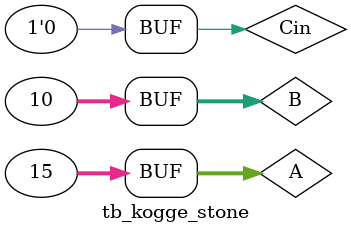
<source format=v>
`timescale 1ns / 1ps


module tb_kogge_stone;

	// Inputs
	reg [31:0] A;
	reg [31:0] B;
	reg Cin;

	// Outputs
	wire [31:0] S;
	wire Cout;

	
	// Instantiate the Unit Under Test (UUT)
	kogge_stone uut (
		.A(A), 
		.B(B), 
		.Cin(Cin), 
		.S(S), 
		.Cout(Cout)
	);

	initial begin
		// Initialize Inputs
		A = 15;
		B = 10;
		Cin = 0;

		// Wait 100 ns for global reset to finish
		#100;
        
		// Add stimulus here

	end
      
endmodule


</source>
